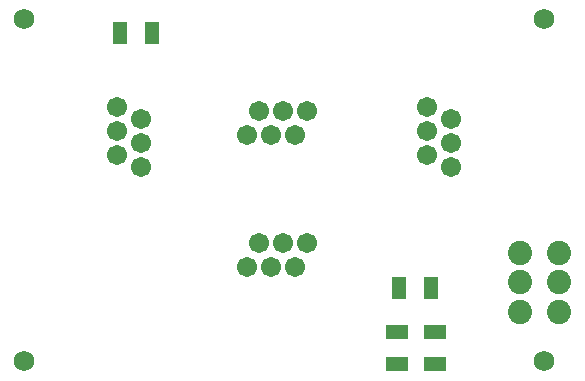
<source format=gts>
%FSAX44Y44*%
%MOMM*%
G71*
G01*
G75*
G04 Layer_Color=8388736*
%ADD10R,1.1000X1.7000*%
%ADD11R,1.7000X1.1000*%
%ADD12C,0.5080*%
%ADD13C,1.5000*%
%ADD14C,1.0000*%
%ADD15C,1.8500*%
%ADD16C,1.5000*%
%ADD17C,1.5240*%
%ADD18C,3.4500*%
%ADD19C,1.2700*%
%ADD20C,0.2500*%
%ADD21C,0.2000*%
%ADD22C,0.2540*%
%ADD23R,1.3032X1.9032*%
%ADD24R,1.9032X1.3032*%
%ADD25C,2.0532*%
%ADD26C,1.7032*%
%ADD27C,1.7272*%
D23*
X00447510Y00441960D02*
D03*
X00474510D02*
D03*
X00211290Y00657860D02*
D03*
X00238290D02*
D03*
D24*
X00477520Y00404660D02*
D03*
Y00377660D02*
D03*
X00445770D02*
D03*
Y00404660D02*
D03*
D25*
X00582920Y00422040D02*
D03*
Y00447040D02*
D03*
Y00472040D02*
D03*
X00549920Y00422040D02*
D03*
Y00447040D02*
D03*
Y00472040D02*
D03*
D26*
X00491470Y00585200D02*
D03*
Y00564800D02*
D03*
Y00544400D02*
D03*
X00471170Y00595400D02*
D03*
Y00575000D02*
D03*
Y00554600D02*
D03*
X00328970Y00591800D02*
D03*
X00349370D02*
D03*
X00369770D02*
D03*
X00318770Y00571500D02*
D03*
X00339170D02*
D03*
X00359570D02*
D03*
X00208300Y00554800D02*
D03*
Y00575200D02*
D03*
Y00595600D02*
D03*
X00228600Y00544600D02*
D03*
Y00565000D02*
D03*
Y00585400D02*
D03*
X00328770Y00480060D02*
D03*
X00349170D02*
D03*
X00369570D02*
D03*
X00318570Y00459760D02*
D03*
X00338970D02*
D03*
X00359370D02*
D03*
D27*
X00570000Y00380000D02*
D03*
X00130000D02*
D03*
Y00670000D02*
D03*
X00570000D02*
D03*
M02*

</source>
